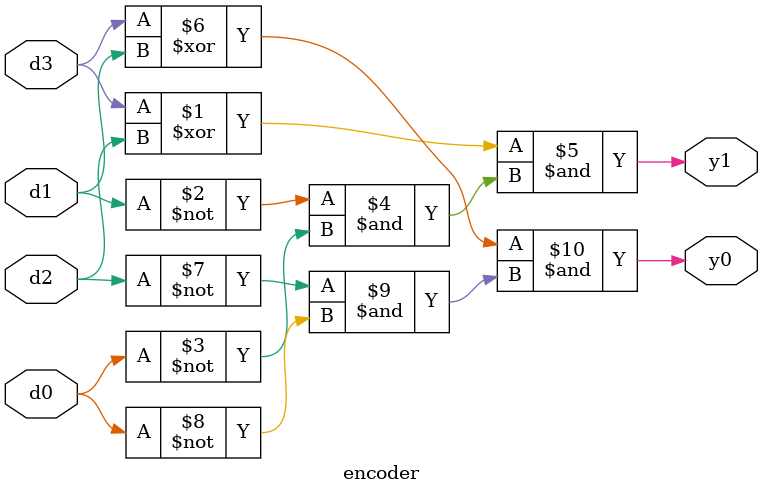
<source format=v>
module encoder(d0,d1,d2,d3,y0,y1);

input d0,d1,d2,d3;
output y0,y1;

assign y1 = (d3^d2) & (~d1&~d0);

assign y0 = (d3^d1) & (~d2&~d0);

endmodule

</source>
